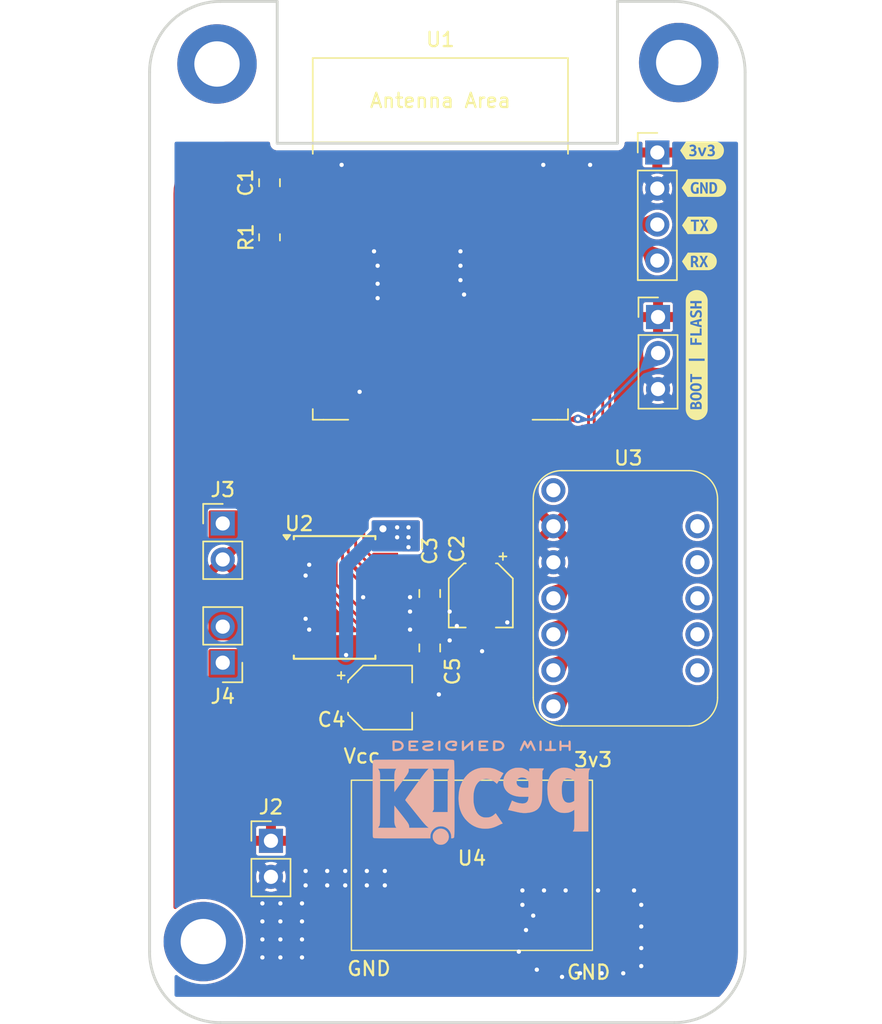
<source format=kicad_pcb>
(kicad_pcb (version 20241229) (generator "pcbnew") (generator_version "9.0")
  (layers (0 "F.Cu" signal) (2 "B.Cu" signal) (13 "F.Paste" user) (15 "B.Paste" user) (5 "F.SilkS" user "F.Silkscreen") (7 "B.SilkS" user "B.Silkscreen") (1 "F.Mask" user) (3 "B.Mask" user) (25 "Edge.Cuts" user))
  (net 0 "")
  (net 1 "Net-(U1-EN{slash}CHIP_PU)")
  (net 2 "GND")
  (net 3 "+3V3")
  (net 4 "/V_MOTOR")
  (net 5 "Net-(J1-Pin_4)")
  (net 6 "Net-(J1-Pin_3)")
  (net 7 "Net-(J3-Pin_1)")
  (net 8 "Net-(J3-Pin_2)")
  (net 9 "Net-(J4-Pin_1)")
  (net 10 "Net-(J4-Pin_2)")
  (net 11 "Net-(JP1-C)")
  (net 23 "/MT_AIN2")
  (net 24 "/MT_PWMA")
  (net 25 "/MT_BIN1")
  (net 26 "/MT_BIN2")
  (net 27 "/MT_STBY")
  (net 28 "/MT_PWMB")
  (net 29 "/MT_AIN1")
  (net 33 "/BMI_MOSI")
  (net 37 "/BMI_SCK")
  (net 38 "/BMI_CS")
  (net 40 "/BMI_MISO")
  (footprint "kibuzzard-684B1AB0" (layer "F.Cu") (at 151.2316 86.3092)
    (property "Reference" "kibuzzard-684B1AB0" (hide yes))
    (property "Value" "G***" (hide yes))
  )
  (footprint "kibuzzard-684B1AD4" (layer "F.Cu") (at 151.402869 81.026)
    (property "Reference" "kibuzzard-684B1AD4" (hide yes))
    (property "Value" "G***" (hide yes))
  )
  (footprint "Connector_PinHeader_2.54mm:PinHeader_1x03_P2.54mm_Vertical" (layer "F.Cu") (at 148.3 92.77)
    (property "Reference" "JP1" (hide yes))
    (property "Value" "BOOT_SEL")
    (pad "1" thru_hole rect (at 0 0) (size 1.7 1.7) (drill 1) (layers "*.Cu" "*.Mask") (net 3 "+3V3"))
    (pad "2" thru_hole circle (at 0 2.54) (size 1.7 1.7) (drill 1) (layers "*.Cu" "*.Mask") (net 11 "Net-(JP1-C)"))
    (pad "3" thru_hole circle (at 0 5.08) (size 1.7 1.7) (drill 1) (layers "*.Cu" "*.Mask") (net 2 "GND"))
  )
  (footprint "Justiciero:BMI160_pinchos" (layer "F.Cu") (at 146 112.6)
    (property "Reference" "U3" (at 0.2024 -9.8824 0) (layer "F.SilkS") (effects (font (thickness 0.16))))
    (property "Value" "BMI160")
    (pad "1" thru_hole circle (at -5.08 -7.62) (size 1.7 1.7) (drill 1) (layers "*.Cu" "*.Mask"))
    (pad "2" thru_hole circle (at -5.08 -5.08) (size 1.7 1.7) (drill 1) (layers "*.Cu" "*.Mask") (net 3 "+3V3"))
    (pad "3" thru_hole circle (at -5.08 -2.54) (size 1.7 1.7) (drill 1) (layers "*.Cu" "*.Mask") (net 2 "GND"))
    (pad "4" thru_hole circle (at -5.08 0) (size 1.7 1.7) (drill 1) (layers "*.Cu" "*.Mask") (net 37 "/BMI_SCK"))
    (pad "5" thru_hole circle (at -5.08 2.54) (size 1.7 1.7) (drill 1) (layers "*.Cu" "*.Mask") (net 33 "/BMI_MOSI"))
    (pad "6" thru_hole circle (at -5.08 5.08) (size 1.7 1.7) (drill 1) (layers "*.Cu" "*.Mask") (net 38 "/BMI_CS"))
    (pad "7" thru_hole circle (at -5.08 7.62) (size 1.7 1.7) (drill 1) (layers "*.Cu" "*.Mask") (net 40 "/BMI_MISO"))
    (pad "8" thru_hole circle (at 5.08 -5.08) (size 1.7 1.7) (drill 1) (layers "*.Cu" "*.Mask"))
    (pad "9" thru_hole circle (at 5.08 -2.54) (size 1.7 1.7) (drill 1) (layers "*.Cu" "*.Mask"))
    (pad "10" thru_hole circle (at 5.08 0) (size 1.7 1.7) (drill 1) (layers "*.Cu" "*.Mask"))
    (pad "11" thru_hole circle (at 5.08 2.54) (size 1.7 1.7) (drill 1) (layers "*.Cu" "*.Mask"))
    (pad "12" thru_hole circle (at 5.08 5.08) (size 1.7 1.7) (drill 1) (layers "*.Cu" "*.Mask"))
  )
  (footprint "Capacitor_SMD:C_0805_2012Metric_Pad1.18x1.45mm_HandSolder" (layer "F.Cu") (at 132.2 116.1 90)
    (property "Reference" "C5" (at -1.6544 1.6072 90) (layer "F.SilkS") (effects (font (thickness 0.16))))
    (property "Value" "100n")
    (pad "1" smd roundrect (at -1.0375 0 90) (size 1.175 1.45) (layers "F.Cu" "F.Mask" "F.Paste") (roundrect_rratio 0.212766) (net 4 "/V_MOTOR"))
    (pad "2" smd roundrect (at 1.0375 0 90) (size 1.175 1.45) (layers "F.Cu" "F.Mask" "F.Paste") (roundrect_rratio 0.212766) (net 2 "GND"))
  )
  (footprint "Justiciero:3v3Reg" (layer "F.Cu") (at 135.173 131.427)
    (property "Reference" "U4" (at 0 -0.5 0) (layer "F.SilkS") (effects (font (thickness 0.16))))
    (property "Value" "~")
    (fp_text user "Vcc" (at -9.144 -7.112 0) (layer "F.SilkS") (effects (font (thickness 0.16)) (justify left bottom)))
    (fp_text user "GND" (at -8.89 7.874 0) (layer "F.SilkS") (effects (font (thickness 0.16)) (justify left bottom)))
    (fp_text user "GND" (at 6.604 8.128 0) (layer "F.SilkS") (effects (font (thickness 0.16)) (justify left bottom)))
    (fp_text user "3v3" (at 7.112 -6.858 0) (layer "F.SilkS") (effects (font (thickness 0.16)) (justify left bottom)))
    (pad "1" smd roundrect (at -7.62 -4.826) (size 5 4) (layers "F.Cu" "F.Mask" "F.Paste") (roundrect_rratio 0.15) (net 4 "/V_MOTOR"))
    (pad "2" smd roundrect (at -7.62 4.318) (size 5 4) (layers "F.Cu" "F.Mask" "F.Paste") (roundrect_rratio 0.15) (net 2 "GND"))
    (pad "3" smd roundrect (at 7.874 4.572) (size 5 4) (layers "F.Cu" "F.Mask" "F.Paste") (roundrect_rratio 0.15) (net 2 "GND"))
    (pad "4" smd roundrect (at 7.874 -4.572) (size 5 4) (layers "F.Cu" "F.Mask" "F.Paste") (roundrect_rratio 0.15) (net 3 "+3V3"))
  )
  (footprint "kibuzzard-684B1A20" (layer "F.Cu") (at 151.5364 83.6676)
    (property "Reference" "kibuzzard-684B1A20" (hide yes))
    (property "Value" "G***" (hide yes))
  )
  (footprint "Connector_PinHeader_2.54mm:PinHeader_1x02_P2.54mm_Vertical" (layer "F.Cu") (at 117.6 107.325)
    (property "Reference" "J3" (at 0 -2.38 0) (layer "F.SilkS") (effects (font (thickness 0.16))))
    (property "Value" "MotorL")
    (pad "1" thru_hole rect (at 0 0) (size 1.7 1.7) (drill 1) (layers "*.Cu" "*.Mask") (net 7 "Net-(J3-Pin_1)"))
    (pad "2" thru_hole circle (at 0 2.54) (size 1.7 1.7) (drill 1) (layers "*.Cu" "*.Mask") (net 8 "Net-(J3-Pin_2)"))
  )
  (footprint "MountingHole:MountingHole_3.2mm_M3_DIN965_Pad" (layer "F.Cu") (at 149.7584 74.8284)
    (property "Reference" "REF**" (hide yes))
    (property "Value" "MountingHole_3.2mm_M3_DIN965_Pad")
    (pad "1" thru_hole circle (at 0 0) (size 5.6 5.6) (drill 3.2) (layers "*.Cu" "*.Mask"))
  )
  (footprint "Connector_PinHeader_2.54mm:PinHeader_1x02_P2.54mm_Vertical" (layer "F.Cu") (at 121 129.7)
    (property "Reference" "J2" (at 0 -2.38 0) (layer "F.SilkS") (effects (font (thickness 0.16))))
    (property "Value" "Alimentacion")
    (pad "1" thru_hole rect (at 0 0) (size 1.7 1.7) (drill 1) (layers "*.Cu" "*.Mask") (net 4 "/V_MOTOR"))
    (pad "2" thru_hole circle (at 0 2.54) (size 1.7 1.7) (drill 1) (layers "*.Cu" "*.Mask") (net 2 "GND"))
  )
  (footprint "Connector_PinHeader_2.54mm:PinHeader_1x04_P2.54mm_Vertical" (layer "F.Cu") (at 148.25 81.17)
    (property "Reference" "J1" (hide yes))
    (property "Value" "UART")
    (pad "1" thru_hole rect (at 0 0) (size 1.7 1.7) (drill 1) (layers "*.Cu" "*.Mask") (net 3 "+3V3"))
    (pad "2" thru_hole circle (at 0 2.54) (size 1.7 1.7) (drill 1) (layers "*.Cu" "*.Mask") (net 2 "GND"))
    (pad "3" thru_hole circle (at 0 5.08) (size 1.7 1.7) (drill 1) (layers "*.Cu" "*.Mask") (net 6 "Net-(J1-Pin_3)"))
    (pad "4" thru_hole circle (at 0 7.62) (size 1.7 1.7) (drill 1) (layers "*.Cu" "*.Mask") (net 5 "Net-(J1-Pin_4)"))
  )
  (footprint "kibuzzard-684B1A93" (layer "F.Cu") (at 151.0284 95.4532 90)
    (property "Reference" "kibuzzard-684B1A93" (hide yes))
    (property "Value" "G***" (hide yes))
  )
  (footprint "kibuzzard-684B1AB8" (layer "F.Cu") (at 151.21663 88.8492)
    (property "Reference" "kibuzzard-684B1AB8" (hide yes))
    (property "Value" "G***" (hide yes))
  )
  (footprint "Resistor_SMD:R_0805_2012Metric_Pad1.20x1.40mm_HandSolder" (layer "F.Cu") (at 120.9 87.15 90)
    (property "Reference" "R1" (at 0 -1.65 90) (layer "F.SilkS") (effects (font (thickness 0.16))))
    (property "Value" "10k")
    (pad "1" smd roundrect (at -1 0 90) (size 1.2 1.4) (layers "F.Cu" "F.Mask" "F.Paste") (roundrect_rratio 0.208333) (net 3 "+3V3"))
    (pad "2" smd roundrect (at 1 0 90) (size 1.2 1.4) (layers "F.Cu" "F.Mask" "F.Paste") (roundrect_rratio 0.208333) (net 1 "Net-(U1-EN{slash}CHIP_PU)"))
  )
  (footprint "Connector_PinHeader_2.54mm:PinHeader_1x02_P2.54mm_Vertical" (layer "F.Cu") (at 117.6 117.14 180)
    (property "Reference" "J4" (at 0 -2.38 0) (layer "F.SilkS") (effects (font (thickness 0.16))))
    (property "Value" "MotorR")
    (pad "1" thru_hole rect (at 0 0 180) (size 1.7 1.7) (drill 1) (layers "*.Cu" "*.Mask") (net 9 "Net-(J4-Pin_1)"))
    (pad "2" thru_hole circle (at 0 2.54 180) (size 1.7 1.7) (drill 1) (layers "*.Cu" "*.Mask") (net 10 "Net-(J4-Pin_2)"))
  )
  (footprint "Capacitor_SMD:C_0805_2012Metric_Pad1.18x1.45mm_HandSolder" (layer "F.Cu") (at 120.9 83.3 90)
    (property "Reference" "C1" (at 0 -1.68 90) (layer "F.SilkS") (effects (font (thickness 0.16))))
    (property "Value" "100n")
    (pad "1" smd roundrect (at -1.0375 0 90) (size 1.175 1.45) (layers "F.Cu" "F.Mask" "F.Paste") (roundrect_rratio 0.212766) (net 1 "Net-(U1-EN{slash}CHIP_PU)"))
    (pad "2" smd roundrect (at 1.0375 0 90) (size 1.175 1.45) (layers "F.Cu" "F.Mask" "F.Paste") (roundrect_rratio 0.212766) (net 2 "GND"))
  )
  (footprint "Capacitor_SMD:CP_Elec_4x4.5" (layer "F.Cu") (at 135.8 112.4 -90)
    (property "Reference" "C2" (at -3.2816 1.688 90) (layer "F.SilkS") (effects (font (thickness 0.16))))
    (property "Value" "10u")
    (pad "1" smd roundrect (at -1.8 0 270) (size 2.6 1.6) (layers "F.Cu" "F.Mask" "F.Paste") (roundrect_rratio 0.15625) (net 3 "+3V3"))
    (pad "2" smd roundrect (at 1.8 0 270) (size 2.6 1.6) (layers "F.Cu" "F.Mask" "F.Paste") (roundrect_rratio 0.15625) (net 2 "GND"))
  )
  (footprint "Espressif:ESP32-WROOM-32E" (layer "F.Cu") (at 132.95 89.01)
    (property "Reference" "U1" (at 0 -15.8 0) (layer "F.SilkS") (effects (font (thickness 0.16))))
    (property "Value" "ESP32-WROOM-E")
    (fp_text user "Antenna Area" (at 0 -11.5 0) (layer "F.SilkS") (effects (font (thickness 0.16))))
    (pad "1" smd rect (at -8.75 -7.01) (size 1.5 0.9) (layers "F.Cu" "F.Mask" "F.Paste") (net 2 "GND"))
    (pad "2" smd rect (at -8.75 -5.74) (size 1.5 0.9) (layers "F.Cu" "F.Mask" "F.Paste") (net 3 "+3V3"))
    (pad "3" smd rect (at -8.75 -4.47) (size 1.5 0.9) (layers "F.Cu" "F.Mask" "F.Paste") (net 1 "Net-(U1-EN{slash}CHIP_PU)"))
    (pad "4" smd rect (at -8.75 -3.2) (size 1.5 0.9) (layers "F.Cu" "F.Mask" "F.Paste"))
    (pad "5" smd rect (at -8.75 -1.93) (size 1.5 0.9) (layers "F.Cu" "F.Mask" "F.Paste"))
    (pad "6" smd rect (at -8.75 -0.66) (size 1.5 0.9) (layers "F.Cu" "F.Mask" "F.Paste"))
    (pad "7" smd rect (at -8.75 0.61) (size 1.5 0.9) (layers "F.Cu" "F.Mask" "F.Paste"))
    (pad "8" smd rect (at -8.75 1.88) (size 1.5 0.9) (layers "F.Cu" "F.Mask" "F.Paste") (net 28 "/MT_PWMB"))
    (pad "9" smd rect (at -8.75 3.15) (size 1.5 0.9) (layers "F.Cu" "F.Mask" "F.Paste") (net 26 "/MT_BIN2"))
    (pad "10" smd rect (at -8.75 4.42) (size 1.5 0.9) (layers "F.Cu" "F.Mask" "F.Paste") (net 25 "/MT_BIN1"))
    (pad "11" smd rect (at -8.75 5.69) (size 1.5 0.9) (layers "F.Cu" "F.Mask" "F.Paste") (net 27 "/MT_STBY"))
    (pad "12" smd rect (at -8.75 6.96) (size 1.5 0.9) (layers "F.Cu" "F.Mask" "F.Paste") (net 29 "/MT_AIN1"))
    (pad "13" smd rect (at -8.75 8.23) (size 1.5 0.9) (layers "F.Cu" "F.Mask" "F.Paste") (net 23 "/MT_AIN2"))
    (pad "14" smd rect (at -8.75 9.5) (size 1.5 0.9) (layers "F.Cu" "F.Mask" "F.Paste") (net 24 "/MT_PWMA"))
    (pad "15" smd rect (at -5.72 10.75 90) (size 1.5 0.9) (layers "F.Cu" "F.Mask" "F.Paste") (net 2 "GND"))
    (pad "16" smd rect (at -4.45 10.75 90) (size 1.5 0.9) (layers "F.Cu" "F.Mask" "F.Paste"))
    (pad "17" smd rect (at -3.18 10.75 90) (size 1.5 0.9) (layers "F.Cu" "F.Mask" "F.Paste"))
    (pad "18" smd rect (at -1.91 10.75 90) (size 1.5 0.9) (layers "F.Cu" "F.Mask" "F.Paste"))
    (pad "19" smd rect (at -0.64 10.75 90) (size 1.5 0.9) (layers "F.Cu" "F.Mask" "F.Paste"))
    (pad "20" smd rect (at 0.63 10.75 90) (size 1.5 0.9) (layers "F.Cu" "F.Mask" "F.Paste"))
    (pad "21" smd rect (at 1.9 10.75 90) (size 1.5 0.9) (layers "F.Cu" "F.Mask" "F.Paste"))
    (pad "22" smd rect (at 3.17 10.75 90) (size 1.5 0.9) (layers "F.Cu" "F.Mask" "F.Paste"))
    (pad "23" smd rect (at 4.44 10.75 90) (size 1.5 0.9) (layers "F.Cu" "F.Mask" "F.Paste"))
    (pad "24" smd rect (at 5.71 10.75 90) (size 1.5 0.9) (layers "F.Cu" "F.Mask" "F.Paste"))
    (pad "25" smd rect (at 8.75 9.5 180) (size 1.5 0.9) (layers "F.Cu" "F.Mask" "F.Paste") (net 11 "Net-(JP1-C)"))
    (pad "26" smd rect (at 8.75 8.23 180) (size 1.5 0.9) (layers "F.Cu" "F.Mask" "F.Paste"))
    (pad "27" smd rect (at 8.75 6.96 180) (size 1.5 0.9) (layers "F.Cu" "F.Mask" "F.Paste") (net 37 "/BMI_SCK"))
    (pad "28" smd rect (at 8.75 5.69 180) (size 1.5 0.9) (layers "F.Cu" "F.Mask" "F.Paste") (net 33 "/BMI_MOSI"))
    (pad "29" smd rect (at 8.75 4.42 180) (size 1.5 0.9) (layers "F.Cu" "F.Mask" "F.Paste") (net 38 "/BMI_CS"))
    (pad "30" smd rect (at 8.75 3.15 180) (size 1.5 0.9) (layers "F.Cu" "F.Mask" "F.Paste") (net 40 "/BMI_MISO"))
    (pad "31" smd rect (at 8.75 1.88 180) (size 1.5 0.9) (layers "F.Cu" "F.Mask" "F.Paste"))
    (pad "32" smd rect (at 8.75 0.61 180) (size 1.5 0.9) (layers "F.Cu" "F.Mask" "F.Paste"))
    (pad "33" smd rect (at 8.75 -0.66 180) (size 1.5 0.9) (layers "F.Cu" "F.Mask" "F.Paste"))
    (pad "34" smd rect (at 8.75 -1.93 180) (size 1.5 0.9) (layers "F.Cu" "F.Mask" "F.Paste") (net 5 "Net-(J1-Pin_4)"))
    (pad "35" smd rect (at 8.75 -3.2 180) (size 1.5 0.9) (layers "F.Cu" "F.Mask" "F.Paste") (net 6 "Net-(J1-Pin_3)"))
    (pad "36" smd rect (at 8.75 -4.47 180) (size 1.5 0.9) (layers "F.Cu" "F.Mask" "F.Paste"))
    (pad "37" smd rect (at 8.75 -5.74 180) (size 1.5 0.9) (layers "F.Cu" "F.Mask" "F.Paste"))
    (pad "38" smd rect (at 8.75 -7.01 180) (size 1.5 0.9) (layers "F.Cu" "F.Mask" "F.Paste") (net 2 "GND"))
    (pad "39" smd rect (at -2.9 -0.69 180) (size 0.9 0.9) (layers "F.Cu" "F.Mask" "F.Paste") (net 2 "GND"))
    (pad "39" smd rect (at -2.9 -0.69 180) (size 0.9 0.9) (layers "F.Cu" "F.Mask" "F.Paste") (net 2 "GND"))
    (pad "39" smd rect (at -2.9 0.71 180) (size 0.9 0.9) (layers "F.Cu" "F.Mask" "F.Paste") (net 2 "GND"))
    (pad "39" smd rect (at -2.9 2.11 180) (size 0.9 0.9) (layers "F.Cu" "F.Mask" "F.Paste") (net 2 "GND"))
    (pad "39" smd rect (at -2.9 2.11 180) (size 0.9 0.9) (layers "F.Cu" "F.Mask" "F.Paste") (net 2 "GND"))
    (pad "39" smd rect (at -1.5 -0.69 180) (size 0.9 0.9) (layers "F.Cu" "F.Mask" "F.Paste") (net 2 "GND"))
    (pad "39" smd rect (at -1.5 0.71 180) (size 0.9 0.9) (layers "F.Cu" "F.Mask" "F.Paste") (net 2 "GND"))
    (pad "39" smd rect (at -1.5 2.11 180) (size 0.9 0.9) (layers "F.Cu" "F.Mask" "F.Paste") (net 2 "GND"))
    (pad "39" smd rect (at -1.5 2.11 180) (size 0.9 0.9) (layers "F.Cu" "F.Mask" "F.Paste") (net 2 "GND"))
    (pad "39" smd rect (at -0.1 -0.69 180) (size 0.9 0.9) (layers "F.Cu" "F.Mask" "F.Paste") (net 2 "GND"))
    (pad "39" smd rect (at -0.1 0.71 180) (size 0.9 0.9) (layers "F.Cu" "F.Mask" "F.Paste") (net 2 "GND"))
    (pad "39" smd rect (at -0.1 2.11 180) (size 0.9 0.9) (layers "F.Cu" "F.Mask" "F.Paste") (net 2 "GND"))
    (zone (net 0) (net_name "") (layers "F.Cu" "B.Cu") (name "antenna keepout") (connect_pads (clearance 0)) (min_thickness 0.254)
      (keepout (tracks not_allowed) (vias not_allowed) (pads not_allowed) (copperpour not_allowed) (footprints not_allowed))
      (fill (thermal_gap 0.508) (thermal_bridge_width 0.508))
      (polygon (pts (xy 141.95 80.46) (xy 123.95 80.46) (xy 123.95 74.51) (xy 141.95 74.51)))
    )
  )
  (footprint "Capacitor_SMD:CP_Elec_4x4.5" (layer "F.Cu") (at 128.7 119.6)
    (property "Reference" "C4" (at -3.4272 1.558 0) (layer "F.SilkS") (effects (font (thickness 0.16))))
    (property "Value" "10u")
    (pad "1" smd roundrect (at -1.8 0) (size 2.6 1.6) (layers "F.Cu" "F.Mask" "F.Paste") (roundrect_rratio 0.15625) (net 4 "/V_MOTOR"))
    (pad "2" smd roundrect (at 1.8 0) (size 2.6 1.6) (layers "F.Cu" "F.Mask" "F.Paste") (roundrect_rratio 0.15625) (net 2 "GND"))
  )
  (footprint "Capacitor_SMD:C_0805_2012Metric_Pad1.18x1.45mm_HandSolder" (layer "F.Cu") (at 132.2 112.2625 -90)
    (property "Reference" "C3" (at -3 0 90) (layer "F.SilkS") (effects (font (thickness 0.16))))
    (property "Value" "100n")
    (pad "1" smd roundrect (at -1.0375 0 270) (size 1.175 1.45) (layers "F.Cu" "F.Mask" "F.Paste") (roundrect_rratio 0.212766) (net 3 "+3V3"))
    (pad "2" smd roundrect (at 1.0375 0 270) (size 1.175 1.45) (layers "F.Cu" "F.Mask" "F.Paste") (roundrect_rratio 0.212766) (net 2 "GND"))
  )
  (footprint "MountingHole:MountingHole_3.2mm_M3_DIN965_Pad" (layer "F.Cu") (at 116.2304 136.8044)
    (property "Reference" "REF**" (hide yes))
    (property "Value" "MountingHole_3.2mm_M3_DIN965_Pad")
    (pad "1" thru_hole circle (at 0 0) (size 5.6 5.6) (drill 3.2) (layers "*.Cu" "*.Mask"))
  )
  (footprint "Package_SO:SSOP-24_5.3x8.2mm_P0.65mm" (layer "F.Cu") (at 125.49 112.54)
    (property "Reference" "U2" (at -2.5 -5.2 0) (layer "F.SilkS") (effects (font (thickness 0.16))))
    (property "Value" "TB6612FNG")
    (pad "1" smd rect (at -3.6 -3.575) (size 1.75 0.45) (layers "F.Cu" "F.Mask" "F.Paste") (net 7 "Net-(J3-Pin_1)"))
    (pad "2" smd rect (at -3.6 -2.925) (size 1.75 0.45) (layers "F.Cu" "F.Mask" "F.Paste") (net 7 "Net-(J3-Pin_1)"))
    (pad "3" smd rect (at -3.6 -2.275) (size 1.75 0.45) (layers "F.Cu" "F.Mask" "F.Paste") (net 2 "GND"))
    (pad "4" smd rect (at -3.6 -1.625) (size 1.75 0.45) (layers "F.Cu" "F.Mask" "F.Paste") (net 2 "GND"))
    (pad "5" smd rect (at -3.6 -0.975) (size 1.75 0.45) (layers "F.Cu" "F.Mask" "F.Paste") (net 8 "Net-(J3-Pin_2)"))
    (pad "6" smd rect (at -3.6 -0.325) (size 1.75 0.45) (layers "F.Cu" "F.Mask" "F.Paste") (net 8 "Net-(J3-Pin_2)"))
    (pad "7" smd rect (at -3.6 0.325) (size 1.75 0.45) (layers "F.Cu" "F.Mask" "F.Paste") (net 10 "Net-(J4-Pin_2)"))
    (pad "8" smd rect (at -3.6 0.975) (size 1.75 0.45) (layers "F.Cu" "F.Mask" "F.Paste") (net 10 "Net-(J4-Pin_2)"))
    (pad "9" smd rect (at -3.6 1.625) (size 1.75 0.45) (layers "F.Cu" "F.Mask" "F.Paste") (net 2 "GND"))
    (pad "10" smd rect (at -3.6 2.275) (size 1.75 0.45) (layers "F.Cu" "F.Mask" "F.Paste") (net 2 "GND"))
    (pad "11" smd rect (at -3.6 2.925) (size 1.75 0.45) (layers "F.Cu" "F.Mask" "F.Paste") (net 9 "Net-(J4-Pin_1)"))
    (pad "12" smd rect (at -3.6 3.575) (size 1.75 0.45) (layers "F.Cu" "F.Mask" "F.Paste") (net 9 "Net-(J4-Pin_1)"))
    (pad "13" smd rect (at 3.6 3.575) (size 1.75 0.45) (layers "F.Cu" "F.Mask" "F.Paste") (net 4 "/V_MOTOR"))
    (pad "14" smd rect (at 3.6 2.925) (size 1.75 0.45) (layers "F.Cu" "F.Mask" "F.Paste") (net 4 "/V_MOTOR"))
    (pad "15" smd rect (at 3.6 2.275) (size 1.75 0.45) (layers "F.Cu" "F.Mask" "F.Paste") (net 28 "/MT_PWMB"))
    (pad "16" smd rect (at 3.6 1.625) (size 1.75 0.45) (layers "F.Cu" "F.Mask" "F.Paste") (net 26 "/MT_BIN2"))
    (pad "17" smd rect (at 3.6 0.975) (size 1.75 0.45) (layers "F.Cu" "F.Mask" "F.Paste") (net 25 "/MT_BIN1"))
    (pad "18" smd rect (at 3.6 0.325) (size 1.75 0.45) (layers "F.Cu" "F.Mask" "F.Paste") (net 2 "GND"))
    (pad "19" smd rect (at 3.6 -0.325) (size 1.75 0.45) (layers "F.Cu" "F.Mask" "F.Paste") (net 27 "/MT_STBY"))
    (pad "20" smd rect (at 3.6 -0.975) (size 1.75 0.45) (layers "F.Cu" "F.Mask" "F.Paste") (net 3 "+3V3"))
    (pad "21" smd rect (at 3.6 -1.625) (size 1.75 0.45) (layers "F.Cu" "F.Mask" "F.Paste") (net 29 "/MT_AIN1"))
    (pad "22" smd rect (at 3.6 -2.275) (size 1.75 0.45) (layers "F.Cu" "F.Mask" "F.Paste") (net 23 "/MT_AIN2"))
    (pad "23" smd rect (at 3.6 -2.925) (size 1.75 0.45) (layers "F.Cu" "F.Mask" "F.Paste") (net 24 "/MT_PWMA"))
    (pad "24" smd rect (at 3.6 -3.575) (size 1.75 0.45) (layers "F.Cu" "F.Mask" "F.Paste") (net 4 "/V_MOTOR"))
  )
  (footprint "MountingHole:MountingHole_3.2mm_M3_DIN965_Pad" (layer "F.Cu") (at 117.1956 74.93)
    (property "Reference" "REF**" (hide yes))
    (property "Value" "MountingHole_3.2mm_M3_DIN965_Pad")
    (pad "1" thru_hole circle (at 0 0) (size 5.6 5.6) (drill 3.2) (layers "*.Cu" "*.Mask"))
  )
  (footprint "Symbol:KiCad-Logo2_6mm_SilkScreen" (layer "B.Cu") (at 135.8392 127)
    (property "Reference" "REF**" (hide yes))
    (property "Value" "KiCad-Logo2_6mm_SilkScreen" (hide yes))
  )
  (gr_line (start 154.4404 137.518) (end 154.4404 75.518) (stroke (width 0.2)) (layer "Edge.Cuts"))
  (gr_arc (start 149.4404 70.518) (mid 152.975934 71.982466) (end 154.4404 75.518) (stroke (width 0.2)) (layer "Edge.Cuts"))
  (gr_line (start 121.4404 80.518) (end 145.4404 80.518) (stroke (width 0.2)) (layer "Edge.Cuts"))
  (gr_arc (start 154.4404 137.518) (mid 152.975934 141.053534) (end 149.4404 142.518) (stroke (width 0.2)) (layer "Edge.Cuts"))
  (gr_line (start 121.4404 70.518) (end 117.440399 70.518) (stroke (width 0.2)) (layer "Edge.Cuts"))
  (gr_line (start 149.4404 70.518) (end 145.4404 70.518) (stroke (width 0.2)) (layer "Edge.Cuts"))
  (gr_line (start 121.4404 70.518) (end 121.4404 80.518) (stroke (width 0.2)) (layer "Edge.Cuts"))
  (gr_line (start 117.4404 142.518) (end 149.4404 142.518) (stroke (width 0.2)) (layer "Edge.Cuts"))
  (gr_line (start 145.4404 80.518) (end 145.4404 70.518) (stroke (width 0.2)) (layer "Edge.Cuts"))
  (gr_line (start 112.4404 75.518001) (end 112.4404 137.518001) (stroke (width 0.2)) (layer "Edge.Cuts"))
  (gr_arc (start 117.4404 142.518) (mid 113.904866 141.053534) (end 112.4404 137.518001) (stroke (width 0.2)) (layer "Edge.Cuts"))
  (gr_arc (start 112.4404 75.518001) (mid 113.904866 71.982466) (end 117.440399 70.518) (stroke (width 0.2)) (layer "Edge.Cuts"))
  (segment (start 121.3375 84.3375) (end 121.54 84.54) (width 0.2) (layer "F.Cu") (net 1))
  (segment (start 120.9 86.15) (end 120.9 84.3375) (width 0.2) (layer "F.Cu") (net 1))
  (segment (start 121.54 84.54) (end 124.2 84.54) (width 0.2) (layer "F.Cu") (net 1))
  (segment (start 120.9 84.3375) (end 121.3375 84.3375) (width 0.2) (layer "F.Cu") (net 1))
  (segment (start 124.2 82) (end 125.942 82) (width 0.2) (layer "F.Cu") (net 2))
  (segment (start 140.25 82) (end 140.208 82.042) (width 0.2) (layer "F.Cu") (net 2))
  (segment (start 130.5 119.6) (end 132.622 119.6) (width 0.2) (layer "F.Cu") (net 2))
  (segment (start 127.23 99.76) (end 127.23 98.068) (width 0.2) (layer "F.Cu") (net 2))
  (segment (start 132.2 113.3) (end 131.048 113.3) (width 0.2) (layer "F.Cu") (net 2))
  (segment (start 141.7 82) (end 140.25 82) (width 0.2) (layer "F.Cu") (net 2))
  (segment (start 130.467 112.865) (end 130.81 112.522) (width 0.2) (layer "F.Cu") (net 2))
  (segment (start 132.622 119.6) (end 132.842 119.38) (width 0.2) (layer "F.Cu") (net 2))
  (segment (start 121.89 110.915) (end 123.361 110.915) (width 0.2) (layer "F.Cu") (net 2))
  (segment (start 127.23 98.068) (end 127.254 98.044) (width 0.2) (layer "F.Cu") (net 2))
  (segment (start 131.0645 115.0625) (end 130.81 114.808) (width 0.2) (layer "F.Cu") (net 2))
  (segment (start 125.942 82) (end 125.984 82.042) (width 0.2) (layer "F.Cu") (net 2))
  (segment (start 137.568 114.2) (end 137.668 114.3) (width 0.2) (layer "F.Cu") (net 2))
  (segment (start 141.7 82) (end 143.468 82) (width 0.2) (layer "F.Cu") (net 2))
  (segment (start 121.89 110.265) (end 123.669 110.265) (width 0.2) (layer "F.Cu") (net 2))
  (segment (start 135.8 114.2) (end 137.568 114.2) (width 0.2) (layer "F.Cu") (net 2))
  (segment (start 123.325 114.165) (end 123.444 114.046) (width 0.2) (layer "F.Cu") (net 2))
  (segment (start 121.89 114.815) (end 123.691 114.815) (width 0.2) (layer "F.Cu") (net 2))
  (segment (start 129.09 112.865) (end 127.83947 112.865) (width 0.2) (layer "F.Cu") (net 2))
  (segment (start 129.09 112.865) (end 130.467 112.865) (width 0.2) (layer "F.Cu") (net 2))
  (segment (start 132.2 115.0625) (end 131.0645 115.0625) (width 0.2) (layer "F.Cu") (net 2))
  (segment (start 135.8 114.2) (end 134.466 114.2) (width 0.2) (layer "F.Cu") (net 2))
  (segment (start 133.366 113.3) (end 133.604 113.538) (width 0.2) (layer "F.Cu") (net 2))
  (segment (start 123.9375 82.2625) (end 124.2 82) (width 0.2) (layer "F.Cu") (net 2))
  (segment (start 123.669 110.265) (end 123.698 110.236) (width 0.2) (layer "F.Cu") (net 2))
  (segment (start 135.8 114.2) (end 135.8 116.242) (width 0.2) (layer "F.Cu") (net 2))
  (segment (start 133.0965 115.0625) (end 133.604 115.57) (width 0.2) (layer "F.Cu") (net 2))
  (segment (start 123.361 110.915) (end 123.444 110.998) (width 0.2) (layer "F.Cu") (net 2))
  (segment (start 120.9 82.2625) (end 123.9375 82.2625) (width 0.2) (layer "F.Cu") (net 2))
  (segment (start 123.691 114.815) (end 123.698 114.808) (width 0.2) (layer "F.Cu") (net 2))
  (segment (start 132.2 113.3) (end 133.366 113.3) (width 0.2) (layer "F.Cu") (net 2))
  (segment (start 132.2 115.0625) (end 133.0965 115.0625) (width 0.2) (layer "F.Cu") (net 2))
  (segment (start 127.83947 112.865) (end 127.502235 112.527765) (width 0.2) (layer "F.Cu") (net 2))
  (segment (start 131.048 113.3) (end 130.81 113.538) (width 0.2) (layer "F.Cu") (net 2))
  (segment (start 121.89 114.165) (end 123.325 114.165) (width 0.2) (layer "F.Cu") (net 2))
  (segment (start 134.466 114.2) (end 134.112 114.554) (width 0.2) (layer "F.Cu") (net 2))
  (segment (start 143.468 82) (end 143.51 82.042) (width 0.2) (layer "F.Cu") (net 2))
  (segment (start 135.8 116.242) (end 135.89 116.332) (width 0.2) (layer "F.Cu") (net 2))
  (via (at 139.7508 138.7856) (size 0.6) (drill 0.3) (layers "F.Cu" "B.Cu") (net 2))
  (via (at 120.396 136.652) (size 0.6) (drill 0.3) (layers "F.Cu" "B.Cu") (net 2))
  (via (at 120.396 135.382) (size 0.6) (drill 0.3) (layers "F.Cu" "B.Cu") (net 2))
  (via (at 121.666 135.382) (size 0.6) (drill 0.3) (layers "F.Cu" "B.Cu") (net 2))
  (via (at 144.3228 139.0396) (size 0.6) (drill 0.3) (layers "F.Cu" "B.Cu") (net 2))
  (via (at 123.698 114.808) (size 0.6) (drill 0.3) (layers "F.Cu" "B.Cu") (net 2))
  (via (at 130.81 113.538) (size 0.6) (drill 0.3) (layers "F.Cu" "B.Cu") (net 2))
  (via (at 142.7988 139.0396) (size 0.6) (drill 0.3) (layers "F.Cu" "B.Cu") (net 2))
  (via (at 144.0688 133.1976) (size 0.6) (drill 0.3) (layers "F.Cu" "B.Cu") (net 2))
  (via (at 130.81 114.808) (size 0.6) (drill 0.3) (layers "F.Cu" "B.Cu") (net 2))
  (via (at 121.666 134.112) (size 0.6) (drill 0.3) (layers "F.Cu" "B.Cu") (net 2))
  (via (at 137.668 114.3) (size 0.6) (drill 0.3) (layers "F.Cu" "B.Cu") (net 2))
  (via (at 120.396 137.922) (size 0.6) (drill 0.3) (layers "F.Cu" "B.Cu") (net 2))
  (via (at 123.444 132.842) (size 0.6) (drill 0.3) (layers "F.Cu" "B.Cu") (net 2))
  (via (at 128.27 88.138) (size 0.6) (drill 0.3) (layers "F.Cu" "B.Cu") (net 2))
  (via (at 123.444 110.998) (size 0.6) (drill 0.3) (layers "F.Cu" "B.Cu") (net 2))
  (via (at 127.762 131.826) (size 0.6) (drill 0.3) (layers "F.Cu" "B.Cu") (net 2))
  (via (at 147.1168 135.7376) (size 0.6) (drill 0.3) (layers "F.Cu" "B.Cu") (net 2))
  (via (at 129.032 132.842) (size 0.6) (drill 0.3) (layers "F.Cu" "B.Cu") (net 2))
  (via (at 121.666 137.922) (size 0.6) (drill 0.3) (layers "F.Cu" "B.Cu") (net 2))
  (via (at 143.51 82.042) (size 0.6) (drill 0.3) (layers "F.Cu" "B.Cu") (net 2))
  (via (at 138.4808 137.5156) (size 0.6) (drill 0.3) (layers "F.Cu" "B.Cu") (net 2))
  (via (at 129.032 131.826) (size 0.6) (drill 0.3) (layers "F.Cu" "B.Cu") (net 2))
  (via (at 147.1168 138.5316) (size 0.6) (drill 0.3) (layers "F.Cu" "B.Cu") (net 2))
  (via (at 132.842 119.38) (size 0.6) (drill 0.3) (layers "F.Cu" "B.Cu") (net 2))
  (via (at 123.19 136.652) (size 0.6) (drill 0.3) (layers "F.Cu" "B.Cu") (net 2))
  (via (at 134.366 89.154) (size 0.6) (drill 0.3) (layers "F.Cu" "B.Cu") (net 2))
  (via (at 123.19 135.382) (size 0.6) (drill 0.3) (layers "F.Cu" "B.Cu") (net 2))
  (via (at 138.9888 135.9916) (size 0.6) (drill 0.3) (layers "F.Cu" "B.Cu") (net 2))
  (via (at 134.366 88.138) (size 0.6) (drill 0.3) (layers "F.Cu" "B.Cu") (net 2))
  (via (at 127.502235 112.527765) (size 0.6) (drill 0.3) (layers "F.Cu" "B.Cu") (net 2))
  (via (at 123.444 114.046) (size 0.6) (drill 0.3) (layers "F.Cu" "B.Cu") (net 2))
  (via (at 125.984 82.042) (size 0.6) (drill 0.3) (layers "F.Cu" "B.Cu") (net 2))
  (via (at 141.5288 139.2936) (size 0.6) (drill 0.3) (layers "F.Cu" "B.Cu") (net 2))
  (via (at 139.4968 134.9756) (size 0.6) (drill 0.3) (layers "F.Cu" "B.Cu") (net 2))
  (via (at 126.238 132.842) (size 0.6) (drill 0.3) (layers "F.Cu" "B.Cu") (net 2))
  (via (at 123.19 137.922) (size 0.6) (drill 0.3) (layers "F.Cu" "B.Cu") (net 2))
  (via (at 123.19 134.112) (size 0.6) (drill 0.3) (layers "F.Cu" "B.Cu") (net 2))
  (via (at 124.968 132.842) (size 0.6) (drill 0.3) (layers "F.Cu" "B.Cu") (net 2))
  (via (at 128.524 91.44) (size 0.6) (drill 0.3) (layers "F.Cu" "B.Cu") (net 2))
  (via (at 134.112 114.554) (size 0.6) (drill 0.3) (layers "F.Cu" "B.Cu") (net 2))
  (via (at 126.238 131.826) (size 0.6) (drill 0.3) (layers "F.Cu" "B.Cu") (net 2))
  (via (at 138.7348 133.1976) (size 0.6) (drill 0.3) (layers "F.Cu" "B.Cu") (net 2))
  (via (at 145.8468 139.0396) (size 0.6) (drill 0.3) (layers "F.Cu" "B.Cu") (net 2))
  (via (at 141.7828 133.1976) (size 0.6) (drill 0.3) (layers "F.Cu" "B.Cu") (net 2))
  (via (at 123.444 131.826) (size 0.6) (drill 0.3) (layers "F.Cu" "B.Cu") (net 2))
  (via (at 140.2588 133.1976) (size 0.6) (drill 0.3) (layers "F.Cu" "B.Cu") (net 2))
  (via (at 123.698 110.236) (size 0.6) (drill 0.3) (layers "F.Cu" "B.Cu") (net 2))
  (via (at 133.604 113.538) (size 0.6) (drill 0.3) (layers "F.Cu" "B.Cu") (net 2))
  (via (at 133.604 115.57) (size 0.6) (drill 0.3) (layers "F.Cu" "B.Cu") (net 2))
  (via (at 147.1168 134.2136) (size 0.6) (drill 0.3) (layers "F.Cu" "B.Cu") (net 2))
  (via (at 130.81 112.522) (size 0.6) (drill 0.3) (layers "F.Cu" "B.Cu") (net 2))
  (via (at 135.89 116.332) (size 0.6) (drill 0.3) (layers "F.Cu" "B.Cu") (net 2))
  (via (at 134.62 91.186) (size 0.6) (drill 0.3) (layers "F.Cu" "B.Cu") (net 2))
  (via (at 121.666 136.652) (size 0.6) (drill 0.3) (layers "F.Cu" "B.Cu") (net 2))
  (via (at 124.968 131.826) (size 0.6) (drill 0.3) (layers "F.Cu" "B.Cu") (net 2))
  (via (at 120.396 134.112) (size 0.6) (drill 0.3) (layers "F.Cu" "B.Cu") (net 2))
  (via (at 128.524 89.154) (size 0.6) (drill 0.3) (layers "F.Cu" "B.Cu") (net 2))
  (via (at 146.6088 133.1976) (size 0.6) (drill 0.3) (layers "F.Cu" "B.Cu") (net 2))
  (via (at 127.762 132.842) (size 0.6) (drill 0.3) (layers "F.Cu" "B.Cu") (net 2))
  (via (at 147.1168 137.2616) (size 0.6) (drill 0.3) (layers "F.Cu" "B.Cu") (net 2))
  (via (at 134.366 90.17) (size 0.6) (drill 0.3) (layers "F.Cu" "B.Cu") (net 2))
  (via (at 138.7348 134.2136) (size 0.6) (drill 0.3) (layers "F.Cu" "B.Cu") (net 2))
  (via (at 127.254 98.044) (size 0.6) (drill 0.3) (layers "F.Cu" "B.Cu") (net 2))
  (via (at 128.524 90.424) (size 0.6) (drill 0.3) (layers "F.Cu" "B.Cu") (net 2))
  (via (at 140.208 82.042) (size 0.6) (drill 0.3) (layers "F.Cu" "B.Cu") (net 2))
  (segment (start 132.2 111.225) (end 131.04 111.225) (width 0.2) (layer "F.Cu") (net 3))
  (segment (start 132.3075 111.3325) (end 132.2 111.225) (width 1) (layer "F.Cu") (net 3))
  (segment (start 131.04 111.225) (end 130.7 111.565) (width 0.2) (layer "F.Cu") (net 3))
  (segment (start 129.09 111.565) (end 130.7 111.565) (width 0.2) (layer "F.Cu") (net 3))
  (segment (start 126.9 119.6) (end 126.9 117.2) (width 1) (layer "F.Cu") (net 4))
  (segment (start 127.553 120.253) (end 126.9 119.6) (width 1) (layer "F.Cu") (net 4))
  (segment (start 127.553 126.601) (end 127.553 120.253) (width 1) (layer "F.Cu") (net 4))
  (segment (start 127.306 128.252) (end 127.306 128.106) (width 1) (layer "F.Cu") (net 4))
  (segment (start 126.9 117.2) (end 126.3 116.6) (width 1) (layer "F.Cu") (net 4))
  (via (at 130.7 109) (size 0.6) (drill 0.3) (layers "F.Cu" "B.Cu") (net 4))
  (via (at 130.7 107.6) (size 0.6) (drill 0.3) (layers "F.Cu" "B.Cu") (net 4))
  (via (at 129.9 107.6) (size 0.6) (drill 0.3) (layers "F.Cu" "B.Cu") (net 4))
  (via (at 128.9 107.7) (size 0.8) (drill 0.5) (layers "F.Cu" "B.Cu") (net 4))
  (via (at 126.3 116.6) (size 0.6) (drill 0.3) (layers "F.Cu" "B.Cu") (net 4))
  (via (at 130.7 108.3) (size 0.6) (drill 0.3) (layers "F.Cu" "B.Cu") (net 4))
  (via (at 129.9 108.3) (size 0.6) (drill 0.3) (layers "F.Cu" "B.Cu") (net 4))
  (segment (start 126.3 110.3) (end 128.9 107.7) (width 1) (layer "B.Cu") (net 4))
  (segment (start 126.3 116.6) (end 126.3 110.3) (width 1) (layer "B.Cu") (net 4))
  (segment (start 146.54 87.08) (end 148.25 88.79) (width 0.2) (layer "F.Cu") (net 5))
  (segment (start 141.7 87.08) (end 146.54 87.08) (width 0.2) (layer "F.Cu") (net 5))
  (segment (start 141.7 85.81) (end 144.41 85.81) (width 0.2) (layer "F.Cu") (net 6))
  (segment (start 144.8 86.2) (end 148.2 86.2) (width 0.2) (layer "F.Cu") (net 6))
  (segment (start 148.2 86.2) (end 148.25 86.25) (width 0.2) (layer "F.Cu") (net 6))
  (segment (start 144.41 85.81) (end 144.8 86.2) (width 0.2) (layer "F.Cu") (net 6))
  (segment (start 141.9 100) (end 141.7 99.8) (width 0.2) (layer "F.Cu") (net 11))
  (segment (start 142.65 99.95) (end 142.6 100) (width 0.2) (layer "F.Cu") (net 11))
  (segment (start 141.7 99.8) (end 141.7 98.51) (width 0.2) (layer "F.Cu") (net 11))
  (segment (start 142.6 100) (end 141.9 100) (width 0.2) (layer "F.Cu") (net 11))
  (via (at 142.65 99.95) (size 0.6) (drill 0.3) (layers "F.Cu" "B.Cu") (net 11))
  (segment (start 143.61 100) (end 148.3 95.31) (width 0.2) (layer "B.Cu") (net 11))
  (segment (start 142.75 99.95) (end 142.8 100) (width 0.2) (layer "B.Cu") (net 11))
  (segment (start 142.65 99.95) (end 142.75 99.95) (width 0.2) (layer "B.Cu") (net 11))
  (segment (start 142.8 100) (end 143.61 100) (width 0.2) (layer "B.Cu") (net 11))
  (segment (start 122.904 97.596) (end 123.26 97.24) (width 0.2) (layer "F.Cu") (net 23))
  (segment (start 129.09 110.265) (end 128.015 110.265) (width 0.2) (layer "F.Cu") (net 23))
  (segment (start 126.975 109.225) (end 126.975 105.226) (width 0.2) (layer "F.Cu") (net 23))
  (segment (start 122.904 101.155) (end 122.904 97.596) (width 0.2) (layer "F.Cu") (net 23))
  (segment (start 126.975 105.226) (end 122.904 101.155) (width 0.2) (layer "F.Cu") (net 23))
  (segment (start 123.26 97.24) (end 124.2 97.24) (width 0.2) (layer "F.Cu") (net 23))
  (segment (start 128.015 110.265) (end 126.975 109.225) (width 0.2) (layer "F.Cu") (net 23))
  (segment (start 127.55 109.127) (end 127.55 104.95) (width 0.2) (layer "F.Cu") (net 24))
  (segment (start 128.038 109.615) (end 127.55 109.127) (width 0.2) (layer "F.Cu") (net 24))
  (segment (start 127.55 104.95) (end 124.2 101.6) (width 0.2) (layer "F.Cu") (net 24))
  (segment (start 129.09 109.615) (end 128.038 109.615) (width 0.2) (layer "F.Cu") (net 24))
  (segment (start 124.2 101.6) (end 124.2 98.51) (width 0.2) (layer "F.Cu") (net 24))
  (segment (start 125.6 106.2) (end 121.701 102.301) (width 0.2) (layer "F.Cu") (net 25))
  (segment (start 123.25 93.43) (end 124.2 93.43) (width 0.2) (layer "F.Cu") (net 25))
  (segment (start 121.701 102.301) (end 121.701 94.979) (width 0.2) (layer "F.Cu") (net 25))
  (segment (start 121.701 94.979) (end 123.25 93.43) (width 0.2) (layer "F.Cu") (net 25))
  (segment (start 129.09 113.515) (end 127.485 113.515) (width 0.2) (layer "F.Cu") (net 25))
  (segment (start 127.485 113.515) (end 125.6 111.63) (width 0.2) (layer "F.Cu") (net 25))
  (segment (start 125.6 111.63) (end 125.6 106.2) (width 0.2) (layer "F.Cu") (net 25))
  (segment (start 121.3 102.8) (end 121.3 93.8) (width 0.2) (layer "F.Cu") (net 26))
  (segment (start 125.199 111.9359) (end 125.199 106.699) (width 0.2) (layer "F.Cu") (net 26))
  (segment (start 122.94 92.16) (end 124.2 92.16) (width 0.2) (layer "F.Cu") (net 26))
  (segment (start 125.199 106.699) (end 121.3 102.8) (width 0.2) (layer "F.Cu") (net 26))
  (segment (start 121.3 93.8) (end 122.94 92.16) (width 0.2) (layer "F.Cu") (net 26))
  (segment (start 127.4281 114.165) (end 125.199 111.9359) (width 0.2) (layer "F.Cu") (net 26))
  (segment (start 129.09 114.165) (end 127.4281 114.165) (width 0.2) (layer "F.Cu") (net 26))
  (segment (start 122.102 95.848) (end 123.25 94.7) (width 0.2) (layer "F.Cu") (net 27))
  (segment (start 122.102 101.802) (end 122.102 95.848) (width 0.2) (layer "F.Cu") (net 27))
  (segment (start 126.049 110.226) (end 126.049 105.749) (width 0.2) (layer "F.Cu") (net 27))
  (segment (start 123.25 94.7) (end 124.2 94.7) (width 0.2) (layer "F.Cu") (net 27))
  (segment (start 126.049 105.749) (end 122.102 101.802) (width 0.2) (layer "F.Cu") (net 27))
  (segment (start 128.038 112.215) (end 126.049 110.226) (width 0.2) (layer "F.Cu") (net 27))
  (segment (start 129.09 112.215) (end 128.038 112.215) (width 0.2) (layer "F.Cu") (net 27))
  (segment (start 120.799 102.8661) (end 120.799 102.5332) (width 0.2) (layer "F.Cu") (net 28))
  (segment (start 120.797 102.5312) (end 120.797 93.343) (width 0.2) (layer "F.Cu") (net 28))
  (segment (start 127.511 114.815) (end 124.6 111.904) (width 0.2) (layer "F.Cu") (net 28))
  (segment (start 120.8 103) (end 120.8 102.8671) (width 0.2) (layer "F.Cu") (net 28))
  (segment (start 129.09 114.815) (end 127.511 114.815) (width 0.2) (layer "F.Cu") (net 28))
  (segment (start 120.797 93.343) (end 123.25 90.89) (width 0.2) (layer "F.Cu") (net 28))
  (segment (start 120.8 102.8671) (end 120.799 102.8661) (width 0.2) (layer "F.Cu") (net 28))
  (segment (start 124.6 106.8) (end 120.8 103) (width 0.2) (layer "F.Cu") (net 28))
  (segment (start 123.25 90.89) (end 124.2 90.89) (width 0.2) (layer "F.Cu") (net 28))
  (segment (start 124.6 111.904) (end 124.6 106.8) (width 0.2) (layer "F.Cu") (net 28))
  (segment (start 120.799 102.5332) (end 120.797 102.5312) (width 0.2) (layer "F.Cu") (net 28))
  (segment (start 122.503 101.603) (end 122.503 96.717) (width 0.2) (layer "F.Cu") (net 29))
  (segment (start 122.503 96.717) (end 123.25 95.97) (width 0.2) (layer "F.Cu") (net 29))
  (segment (start 123.25 95.97) (end 124.2 95.97) (width 0.2) (layer "F.Cu") (net 29))
  (segment (start 128.015 110.915) (end 126.45 109.35) (width 0.2) (layer "F.Cu") (net 29))
  (segment (start 129.09 110.915) (end 128.015 110.915) (width 0.2) (layer "F.Cu") (net 29))
  (segment (start 126.45 109.35) (end 126.45 105.55) (width 0.2) (layer "F.Cu") (net 29))
  (segment (start 126.45 105.55) (end 122.503 101.603) (width 0.2) (layer "F.Cu") (net 29))
  (segment (start 143.8 95.85) (end 142.65 94.7) (width 0.2) (layer "F.Cu") (net 33))
  (segment (start 140.92 115.14) (end 143.8 112.26) (width 0.2) (layer "F.Cu") (net 33))
  (segment (start 142.65 94.7) (end 141.7 94.7) (width 0.2) (layer "F.Cu") (net 33))
  (segment (start 143.8 112.26) (end 143.8 95.85) (width 0.2) (layer "F.Cu") (net 33))
  (segment (start 143.399 96.719) (end 142.65 95.97) (width 0.2) (layer "F.Cu") (net 37))
  (segment (start 140.92 112.6) (end 143.399 110.121) (width 0.2) (layer "F.Cu") (net 37))
  (segment (start 142.65 95.97) (end 141.7 95.97) (width 0.2) (layer "F.Cu") (net 37))
  (segment (start 143.399 110.121) (end 143.399 96.719) (width 0.2) (layer "F.Cu") (net 37))
  (segment (start 144.4 95.2) (end 142.63 93.43) (width 0.2) (layer "F.Cu") (net 38))
  (segment (start 142.63 93.43) (end 141.7 93.43) (width 0.2) (layer "F.Cu") (net 38))
  (segment (start 144.4 114.2) (end 144.4 95.2) (width 0.2) (layer "F.Cu") (net 38))
  (segment (start 140.92 117.68) (end 144.4 114.2) (width 0.2) (layer "F.Cu") (net 38))
  (segment (start 144.9 116.24) (end 144.9 94.4) (width 0.2) (layer "F.Cu") (net 40))
  (segment (start 140.92 120.22) (end 144.9 116.24) (width 0.2) (layer "F.Cu") (net 40))
  (segment (start 144.9 94.4) (end 142.66 92.16) (width 0.2) (layer "F.Cu") (net 40))
  (segment (start 142.66 92.16) (end 141.7 92.16) (width 0.2) (layer "F.Cu") (net 40))
  (zone (net 8) (net_name "Net-(J3-Pin_2)") (layer "F.Cu") (priority 2) (connect_pads yes (clearance 0.2)) (min_thickness 0.25) (fill yes (thermal_gap 0.2) (thermal_bridge_width 0.7))
    (polygon (pts (xy 120.6 111.6) (xy 122.8 111.6) (xy 122.8 112.2) (xy 120.6 112.2)))
  )
  (zone (net 2) (net_name "GND") (layer "F.Cu") (priority 5) (connect_pads (clearance 0.2)) (min_thickness 0.25) (fill yes (thermal_gap 0.2) (thermal_bridge_width 0.7))
    (polygon (pts (xy 127.762 87.376) (xy 135.128 87.376) (xy 135.128 92.202) (xy 127.762 92.202)))
  )
  (zone (net 10) (net_name "Net-(J4-Pin_2)") (layer "F.Cu") (priority 5) (connect_pads yes (clearance 0.3)) (min_thickness 0.25) (fill yes (thermal_gap 0.5) (thermal_bridge_width 0.5))
    (polygon (pts (xy 116.586 113.538) (xy 118.872 113.538) (xy 120.904 112.649) (xy 122.809 112.649) (xy 122.809 113.792) (xy 120.904 113.792) (xy 118.491 115.57) (xy 116.586 115.57)))
  )
  (zone (net 4) (net_name "/V_MOTOR") (layer "F.Cu") (priority 3) (connect_pads (clearance 0.2)) (min_thickness 0.25) (fill yes (thermal_gap 0.2) (thermal_bridge_width 0.7))
    (polygon (pts (xy 130.1 115.2) (xy 131 116.3) (xy 133.2 116.3) (xy 133.2 118.2) (xy 129.2 118.2) (xy 128.7 118.7) (xy 128.7 121) (xy 130.9 124) (xy 130.8 130.8) (xy 119.5 130.7) (xy 119.5 124.874288) (xy 125.337932 115.2)))
  )
  (zone (net 9) (net_name "Net-(J4-Pin_1)") (layer "F.Cu") (priority 5) (connect_pads yes (clearance 0.3)) (min_thickness 0.25) (fill yes (thermal_gap 0.5) (thermal_bridge_width 0.5))
    (polygon (pts (xy 116.586 116.1796) (xy 118.7704 116.1796) (xy 120.8024 115.2144) (xy 122.8344 115.2144) (xy 122.8344 116.3828) (xy 120.8024 116.3828) (xy 118.7704 118.3132) (xy 116.586 118.3132)))
  )
  (zone (net 3) (net_name "+3V3") (layer "F.Cu") (priority 1) (connect_pads (clearance 0.2)) (min_thickness 0.25) (fill yes (thermal_gap 0.2) (thermal_bridge_width 0.7) (smoothing fillet) (radius 5))
    (polygon (pts (xy 114.124 80.406) (xy 153.924 80.406) (xy 153.924 140.7) (xy 114.124 140.7)))
  )
  (zone (net 7) (net_name "Net-(J3-Pin_1)") (layer "F.Cu") (priority 2) (connect_pads yes (clearance 0.3)) (min_thickness 0.25) (fill yes (thermal_gap 0.5) (thermal_bridge_width 0.5))
    (polygon (pts (xy 116.6 106.4) (xy 118.7 106.4) (xy 122.8 108.7) (xy 122.9 109.9) (xy 120.7 109.9) (xy 118.7 108.4) (xy 116.6 108.4)))
  )
  (zone (net 2) (net_name "GND") (layer "F.Cu") (priority 6) (connect_pads (clearance 0.2)) (min_thickness 0.25) (fill yes (thermal_gap 0.2) (thermal_bridge_width 0.7))
    (polygon (pts (xy 148.6408 132.3848) (xy 148.6408 139.8016) (xy 137.9728 139.8016) (xy 137.9728 132.4356)))
  )
  (zone (net 8) (net_name "Net-(J3-Pin_2)") (layer "F.Cu") (priority 1) (connect_pads (clearance 0.2)) (min_thickness 0.25) (fill yes (thermal_gap 0.2) (thermal_bridge_width 0.7))
    (polygon (pts (xy 116.3 109.2) (xy 118.5 108.9) (xy 120.5 111.3) (xy 122.8 111.3) (xy 122.9 112.5) (xy 117.7 112.5) (xy 116.4 110.8)))
  )
  (zone (net 2) (net_name "GND") (layer "F.Cu") (priority 6) (connect_pads (clearance 0.2)) (min_thickness 0.25) (fill yes (thermal_gap 0.2) (thermal_bridge_width 0.7))
    (polygon (pts (xy 130.302 131.064) (xy 130.556 138.43) (xy 119.888 138.43) (xy 119.888 131.064)))
  )
  (zone (net 4) (net_name "/V_MOTOR") (layers "F.Cu" "B.Cu") (priority 4) (connect_pads (clearance 0.2)) (min_thickness 0.25) (fill yes (thermal_gap 0.2) (thermal_bridge_width 0.7))
    (polygon (pts (xy 128.1 109.3) (xy 131.5 109.3) (xy 131.5 107.1) (xy 128.1 107.1)))
  )
  (zone (net 2) (net_name "GND") (layer "B.Cu") (priority 1) (connect_pads (clearance 0.2)) (min_thickness 0.25) (fill yes (thermal_gap 0.2) (thermal_bridge_width 0.7))
    (polygon (pts (xy 114.2 80.406) (xy 154 80.406) (xy 154 140.7) (xy 114.2 140.7)))
  )
)
</source>
